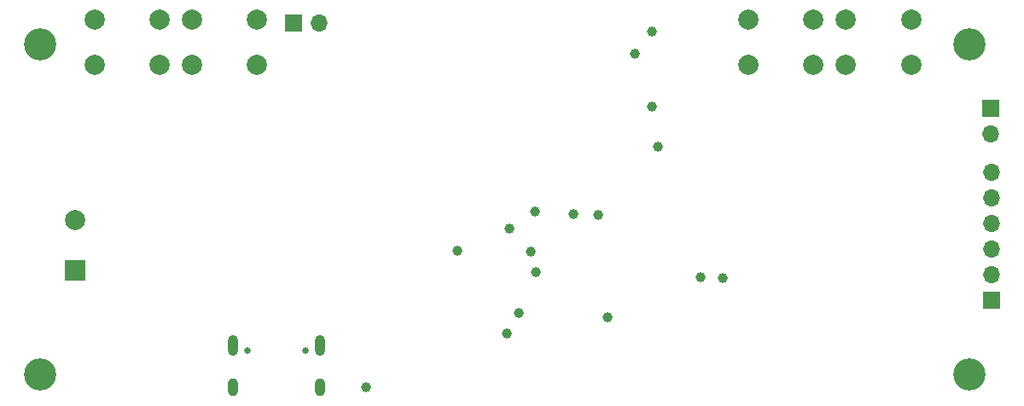
<source format=gbs>
G04 #@! TF.GenerationSoftware,KiCad,Pcbnew,8.0.5*
G04 #@! TF.CreationDate,2024-11-13T12:29:25-06:00*
G04 #@! TF.ProjectId,APG_Sensor_Test_Board,4150475f-5365-46e7-936f-725f54657374,rev?*
G04 #@! TF.SameCoordinates,Original*
G04 #@! TF.FileFunction,Soldermask,Bot*
G04 #@! TF.FilePolarity,Negative*
%FSLAX46Y46*%
G04 Gerber Fmt 4.6, Leading zero omitted, Abs format (unit mm)*
G04 Created by KiCad (PCBNEW 8.0.5) date 2024-11-13 12:29:25*
%MOMM*%
%LPD*%
G01*
G04 APERTURE LIST*
%ADD10C,3.200000*%
%ADD11R,1.700000X1.700000*%
%ADD12O,1.700000X1.700000*%
%ADD13C,0.650000*%
%ADD14O,1.000000X2.100000*%
%ADD15O,1.000000X1.800000*%
%ADD16C,2.000000*%
%ADD17R,2.000000X2.000000*%
%ADD18C,1.000000*%
G04 APERTURE END LIST*
D10*
X192950000Y-54000000D03*
D11*
X125875000Y-51850000D03*
D12*
X128415000Y-51850000D03*
D13*
X121310000Y-84345000D03*
X127090000Y-84345000D03*
D14*
X119880000Y-83845000D03*
D15*
X119880000Y-88025000D03*
D14*
X128520000Y-83845000D03*
D15*
X128520000Y-88025000D03*
D10*
X100800000Y-54000000D03*
D16*
X112650000Y-56050000D03*
X106150000Y-56050000D03*
X112650000Y-51550000D03*
X106150000Y-51550000D03*
X180700000Y-51550000D03*
X187200000Y-51550000D03*
X180700000Y-56050000D03*
X187200000Y-56050000D03*
D17*
X104200000Y-76400000D03*
D16*
X104200000Y-71400000D03*
D10*
X100800000Y-86750000D03*
X192950000Y-86750000D03*
D16*
X171000000Y-51550000D03*
X177500000Y-51550000D03*
X171000000Y-56050000D03*
X177500000Y-56050000D03*
X122300000Y-56050000D03*
X115800000Y-56050000D03*
X122300000Y-51550000D03*
X115800000Y-51550000D03*
D11*
X195100000Y-60355000D03*
D12*
X195100000Y-62895000D03*
D11*
X195150000Y-79420000D03*
D12*
X195150000Y-76880000D03*
X195150000Y-74340000D03*
X195150000Y-71800000D03*
X195150000Y-69260000D03*
X195150000Y-66720000D03*
D18*
X159750000Y-54900000D03*
X149900000Y-70550000D03*
X142200000Y-74500000D03*
X161450000Y-60150000D03*
X133100000Y-88000000D03*
X148250000Y-80650000D03*
X156100000Y-70950000D03*
X149950000Y-76600000D03*
X147350000Y-72300000D03*
X166300000Y-77100000D03*
X147100000Y-82650000D03*
X153700000Y-70850000D03*
X149400000Y-74600000D03*
X162050000Y-64150000D03*
X161500000Y-52750000D03*
X157100000Y-81050000D03*
X168500000Y-77150000D03*
M02*

</source>
